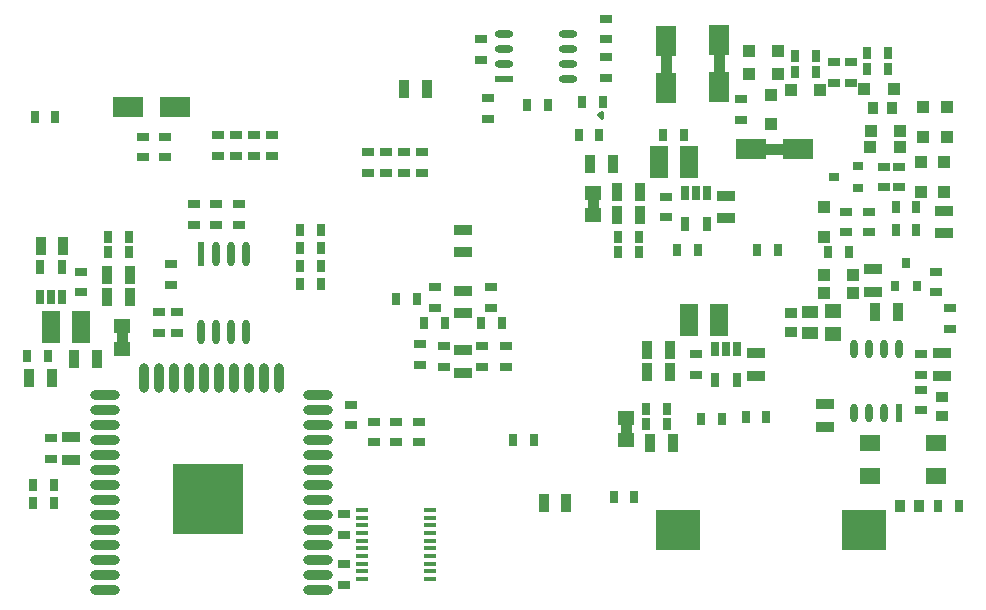
<source format=gbp>
G04 #@! TF.GenerationSoftware,KiCad,Pcbnew,5.0.0-rc2+dfsg1-3*
G04 #@! TF.CreationDate,2018-07-06T12:09:25+02:00*
G04 #@! TF.ProjectId,ulx3s,756C7833732E6B696361645F70636200,rev?*
G04 #@! TF.SameCoordinates,Original*
G04 #@! TF.FileFunction,Paste,Bot*
G04 #@! TF.FilePolarity,Positive*
%FSLAX46Y46*%
G04 Gerber Fmt 4.6, Leading zero omitted, Abs format (unit mm)*
G04 Created by KiCad (PCBNEW 5.0.0-rc2+dfsg1-3) date Fri Jul  6 12:09:25 2018*
%MOMM*%
%LPD*%
G01*
G04 APERTURE LIST*
%ADD10C,0.900000*%
%ADD11C,0.350000*%
%ADD12R,1.800000X2.500000*%
%ADD13R,2.500000X1.800000*%
%ADD14R,1.400000X1.295000*%
%ADD15R,3.700000X3.500000*%
%ADD16R,1.550000X0.600000*%
%ADD17O,1.550000X0.600000*%
%ADD18R,0.600000X2.100000*%
%ADD19O,0.600000X2.100000*%
%ADD20R,0.600000X1.550000*%
%ADD21O,0.600000X1.550000*%
%ADD22R,1.000000X0.400000*%
%ADD23R,0.700000X1.200000*%
%ADD24O,2.500000X0.900000*%
%ADD25O,0.900000X2.500000*%
%ADD26R,6.000000X6.000000*%
%ADD27R,1.800000X1.400000*%
%ADD28R,0.970000X1.500000*%
%ADD29R,0.670000X1.000000*%
%ADD30R,1.500000X0.970000*%
%ADD31R,1.000000X0.670000*%
%ADD32R,1.000000X1.000000*%
%ADD33R,1.500000X2.700000*%
%ADD34R,0.800000X0.900000*%
%ADD35R,0.900000X0.800000*%
%ADD36R,0.820000X1.000000*%
%ADD37R,1.000000X0.820000*%
%ADD38R,1.400000X1.120000*%
G04 APERTURE END LIST*
D10*
G04 #@! TO.C,RD52*
X160155000Y-64391000D02*
X160155000Y-68391000D01*
G04 #@! TO.C,RD51*
X155710000Y-68518000D02*
X155710000Y-64518000D01*
G04 #@! TO.C,RD9*
X166854000Y-73630000D02*
X162854000Y-73630000D01*
G04 #@! TO.C,RP2*
X109609000Y-88632000D02*
X109609000Y-90632000D01*
D11*
G04 #@! TO.C,GPDI1*
X150296000Y-71062000D02*
X150046000Y-70812000D01*
X150046000Y-70812000D02*
X150296000Y-70562000D01*
X150296000Y-70562000D02*
X150296000Y-71062000D01*
D10*
G04 #@! TO.C,RP1*
X152281000Y-96361000D02*
X152281000Y-98361000D01*
G04 #@! TO.C,RP3*
X149472000Y-77311000D02*
X149472000Y-79311000D01*
G04 #@! TD*
D12*
G04 #@! TO.C,RD52*
X160155000Y-68391000D03*
X160155000Y-64391000D03*
G04 #@! TD*
G04 #@! TO.C,RD51*
X155710000Y-64518000D03*
X155710000Y-68518000D03*
G04 #@! TD*
D13*
G04 #@! TO.C,RD9*
X162854000Y-73630000D03*
X166854000Y-73630000D03*
G04 #@! TD*
D14*
G04 #@! TO.C,RP2*
X109609000Y-90599500D03*
X109609000Y-88664500D03*
G04 #@! TD*
D15*
G04 #@! TO.C,BAT1*
X172485000Y-105870000D03*
X156685000Y-105870000D03*
G04 #@! TD*
D16*
G04 #@! TO.C,U11*
X141980000Y-67706500D03*
D17*
X141980000Y-66436500D03*
X141980000Y-65166500D03*
X141980000Y-63896500D03*
X147380000Y-63896500D03*
X147380000Y-65166500D03*
X147380000Y-66436500D03*
X147380000Y-67706500D03*
G04 #@! TD*
D18*
G04 #@! TO.C,U10*
X116340000Y-82520000D03*
D19*
X117610000Y-82520000D03*
X118880000Y-82520000D03*
X120150000Y-82520000D03*
X120150000Y-89124000D03*
X118880000Y-89124000D03*
X117610000Y-89124000D03*
X116340000Y-89124000D03*
G04 #@! TD*
D20*
G04 #@! TO.C,U7*
X175395000Y-96015000D03*
D21*
X174125000Y-96015000D03*
X172855000Y-96015000D03*
X171585000Y-96015000D03*
X171585000Y-90615000D03*
X172855000Y-90615000D03*
X174125000Y-90615000D03*
X175395000Y-90615000D03*
G04 #@! TD*
D22*
G04 #@! TO.C,U6*
X129935000Y-104215000D03*
X129935000Y-104865000D03*
X129935000Y-105515000D03*
X129935000Y-106165000D03*
X129935000Y-106815000D03*
X129935000Y-107465000D03*
X129935000Y-108115000D03*
X129935000Y-108765000D03*
X129935000Y-109415000D03*
X129935000Y-110065000D03*
X135735000Y-110065000D03*
X135735000Y-109415000D03*
X135735000Y-108765000D03*
X135735000Y-108115000D03*
X135735000Y-107465000D03*
X135735000Y-106815000D03*
X135735000Y-106165000D03*
X135735000Y-105515000D03*
X135735000Y-104865000D03*
X135735000Y-104215000D03*
G04 #@! TD*
D23*
G04 #@! TO.C,U5*
X157285000Y-77392000D03*
X158235000Y-77392000D03*
X159185000Y-77392000D03*
X159185000Y-79992000D03*
X157285000Y-79992000D03*
G04 #@! TD*
G04 #@! TO.C,U3*
X159825000Y-90600000D03*
X160775000Y-90600000D03*
X161725000Y-90600000D03*
X161725000Y-93200000D03*
X159825000Y-93200000D03*
G04 #@! TD*
G04 #@! TO.C,U4*
X104575000Y-86215000D03*
X103625000Y-86215000D03*
X102675000Y-86215000D03*
X102675000Y-83615000D03*
X104575000Y-83615000D03*
G04 #@! TD*
D24*
G04 #@! TO.C,U9*
X126230000Y-111000000D03*
X126230000Y-109730000D03*
X126230000Y-108460000D03*
X126230000Y-107190000D03*
X126230000Y-105920000D03*
X126230000Y-104650000D03*
X126230000Y-103380000D03*
X126230000Y-102110000D03*
X126230000Y-100840000D03*
X126230000Y-99570000D03*
X126230000Y-98300000D03*
X126230000Y-97030000D03*
X126230000Y-95760000D03*
X126230000Y-94490000D03*
D25*
X122945000Y-93000000D03*
X121675000Y-93000000D03*
X120405000Y-93000000D03*
X119135000Y-93000000D03*
X117865000Y-93000000D03*
X116595000Y-93000000D03*
X115325000Y-93000000D03*
X114055000Y-93000000D03*
X112785000Y-93000000D03*
X111515000Y-93000000D03*
D24*
X108230000Y-94490000D03*
X108230000Y-95760000D03*
X108230000Y-97030000D03*
X108230000Y-98300000D03*
X108230000Y-99570000D03*
X108230000Y-100840000D03*
X108230000Y-102110000D03*
X108230000Y-103380000D03*
X108230000Y-104650000D03*
X108230000Y-105920000D03*
X108230000Y-107190000D03*
X108230000Y-108460000D03*
X108230000Y-109730000D03*
X108230000Y-111000000D03*
D26*
X116930000Y-103300000D03*
G04 #@! TD*
D27*
G04 #@! TO.C,Y2*
X178576000Y-98522000D03*
X172976000Y-98522000D03*
X172976000Y-101322000D03*
X178576000Y-101322000D03*
G04 #@! TD*
D28*
G04 #@! TO.C,C47*
X133546000Y-68550000D03*
X135456000Y-68550000D03*
G04 #@! TD*
G04 #@! TO.C,C1*
X102748500Y-81885000D03*
X104658500Y-81885000D03*
G04 #@! TD*
D29*
G04 #@! TO.C,C2*
X153985000Y-96910000D03*
X155735000Y-96910000D03*
G04 #@! TD*
D28*
G04 #@! TO.C,C3*
X156015000Y-90630000D03*
X154105000Y-90630000D03*
G04 #@! TD*
G04 #@! TO.C,C4*
X154105000Y-92535000D03*
X156015000Y-92535000D03*
G04 #@! TD*
D30*
G04 #@! TO.C,C5*
X163315000Y-90945000D03*
X163315000Y-92855000D03*
G04 #@! TD*
D29*
G04 #@! TO.C,C6*
X151645000Y-82375000D03*
X153395000Y-82375000D03*
G04 #@! TD*
D28*
G04 #@! TO.C,C7*
X153475000Y-79200000D03*
X151565000Y-79200000D03*
G04 #@! TD*
G04 #@! TO.C,C8*
X153475000Y-77295000D03*
X151565000Y-77295000D03*
G04 #@! TD*
D30*
G04 #@! TO.C,C9*
X160775000Y-79520000D03*
X160775000Y-77610000D03*
G04 #@! TD*
D29*
G04 #@! TO.C,C10*
X108465000Y-81105000D03*
X110215000Y-81105000D03*
G04 #@! TD*
D28*
G04 #@! TO.C,C11*
X108385000Y-84280000D03*
X110295000Y-84280000D03*
G04 #@! TD*
G04 #@! TO.C,C12*
X110295000Y-86185000D03*
X108385000Y-86185000D03*
G04 #@! TD*
D30*
G04 #@! TO.C,C13*
X173221000Y-83833000D03*
X173221000Y-85743000D03*
G04 #@! TD*
D31*
G04 #@! TO.C,C14*
X175380000Y-76900000D03*
X175380000Y-75150000D03*
G04 #@! TD*
D30*
G04 #@! TO.C,C15*
X105276000Y-99967000D03*
X105276000Y-98057000D03*
G04 #@! TD*
D28*
G04 #@! TO.C,C16*
X173424000Y-87473000D03*
X175334000Y-87473000D03*
G04 #@! TD*
D30*
G04 #@! TO.C,C17*
X138500000Y-90665000D03*
X138500000Y-92575000D03*
G04 #@! TD*
D31*
G04 #@! TO.C,C18*
X150589600Y-64359000D03*
X150589600Y-62609000D03*
G04 #@! TD*
D30*
G04 #@! TO.C,C19*
X138500000Y-82375000D03*
X138500000Y-80465000D03*
G04 #@! TD*
G04 #@! TO.C,C20*
X138500000Y-87575000D03*
X138500000Y-85665000D03*
G04 #@! TD*
D28*
G04 #@! TO.C,C21*
X103706000Y-93061000D03*
X101796000Y-93061000D03*
G04 #@! TD*
G04 #@! TO.C,C22*
X154359000Y-98504000D03*
X156269000Y-98504000D03*
G04 #@! TD*
G04 #@! TO.C,C23*
X105591000Y-91392000D03*
X107501000Y-91392000D03*
G04 #@! TD*
G04 #@! TO.C,C24*
X151189000Y-74882000D03*
X149279000Y-74882000D03*
G04 #@! TD*
D31*
G04 #@! TO.C,C25*
X140900000Y-87095000D03*
X140900000Y-85345000D03*
G04 #@! TD*
G04 #@! TO.C,C26*
X136100000Y-87095000D03*
X136100000Y-85345000D03*
G04 #@! TD*
G04 #@! TO.C,C27*
X136900000Y-92095000D03*
X136900000Y-90345000D03*
G04 #@! TD*
G04 #@! TO.C,C28*
X140100000Y-90345000D03*
X140100000Y-92095000D03*
G04 #@! TD*
G04 #@! TO.C,C29*
X142100000Y-92095000D03*
X142100000Y-90345000D03*
G04 #@! TD*
G04 #@! TO.C,C30*
X134900000Y-90145000D03*
X134900000Y-91895000D03*
G04 #@! TD*
D29*
G04 #@! TO.C,C31*
X135225000Y-88420000D03*
X136975000Y-88420000D03*
G04 #@! TD*
G04 #@! TO.C,C32*
X140025000Y-88420000D03*
X141775000Y-88420000D03*
G04 #@! TD*
G04 #@! TO.C,C33*
X163425000Y-82220000D03*
X165175000Y-82220000D03*
G04 #@! TD*
G04 #@! TO.C,C34*
X158375000Y-82220000D03*
X156625000Y-82220000D03*
G04 #@! TD*
D31*
G04 #@! TO.C,C35*
X177300000Y-94025000D03*
X177300000Y-95775000D03*
G04 #@! TD*
D28*
G04 #@! TO.C,C46*
X145342000Y-103584000D03*
X147252000Y-103584000D03*
G04 #@! TD*
D29*
G04 #@! TO.C,C48*
X103995000Y-70963000D03*
X102245000Y-70963000D03*
G04 #@! TD*
G04 #@! TO.C,C49*
X103372000Y-91156000D03*
X101622000Y-91156000D03*
G04 #@! TD*
D31*
G04 #@! TO.C,C50*
X179713000Y-88856000D03*
X179713000Y-87106000D03*
G04 #@! TD*
D29*
G04 #@! TO.C,C51*
X180473000Y-103856000D03*
X178723000Y-103856000D03*
G04 #@! TD*
G04 #@! TO.C,C52*
X158645000Y-96490000D03*
X160395000Y-96490000D03*
G04 #@! TD*
G04 #@! TO.C,C53*
X132827200Y-86330000D03*
X134577200Y-86330000D03*
G04 #@! TD*
D30*
G04 #@! TO.C,C54*
X169172000Y-95281000D03*
X169172000Y-97191000D03*
G04 #@! TD*
G04 #@! TO.C,D11*
X179190000Y-80790000D03*
X179190000Y-78880000D03*
G04 #@! TD*
D32*
G04 #@! TO.C,D10*
X169050000Y-84280000D03*
X171550000Y-84280000D03*
G04 #@! TD*
G04 #@! TO.C,D12*
X169030000Y-78585000D03*
X169030000Y-81085000D03*
G04 #@! TD*
G04 #@! TO.C,D13*
X171550000Y-85804000D03*
X169050000Y-85804000D03*
G04 #@! TD*
G04 #@! TO.C,D14*
X179190000Y-74775000D03*
X179190000Y-77275000D03*
G04 #@! TD*
G04 #@! TO.C,D15*
X177285000Y-77275000D03*
X177285000Y-74775000D03*
G04 #@! TD*
G04 #@! TO.C,D16*
X172987000Y-73503000D03*
X175487000Y-73503000D03*
G04 #@! TD*
G04 #@! TO.C,D17*
X164585000Y-69060000D03*
X164585000Y-71560000D03*
G04 #@! TD*
G04 #@! TO.C,D20*
X168756000Y-68659000D03*
X166256000Y-68659000D03*
G04 #@! TD*
G04 #@! TO.C,D21*
X174979000Y-68550000D03*
X172479000Y-68550000D03*
G04 #@! TD*
G04 #@! TO.C,D23*
X165200000Y-67262000D03*
X162700000Y-67262000D03*
G04 #@! TD*
G04 #@! TO.C,D24*
X162700000Y-65357000D03*
X165200000Y-65357000D03*
G04 #@! TD*
G04 #@! TO.C,D25*
X177412000Y-72594000D03*
X177412000Y-70094000D03*
G04 #@! TD*
G04 #@! TO.C,D26*
X179444000Y-70094000D03*
X179444000Y-72594000D03*
G04 #@! TD*
D31*
G04 #@! TO.C,R49*
X113277000Y-74360000D03*
X113277000Y-72610000D03*
G04 #@! TD*
G04 #@! TO.C,R50*
X111372000Y-72610000D03*
X111372000Y-74360000D03*
G04 #@! TD*
D29*
G04 #@! TO.C,R51*
X155455000Y-72487000D03*
X157205000Y-72487000D03*
G04 #@! TD*
D31*
G04 #@! TO.C,R52*
X171331000Y-66278000D03*
X171331000Y-68028000D03*
G04 #@! TD*
G04 #@! TO.C,R53*
X169919000Y-68028000D03*
X169919000Y-66278000D03*
G04 #@! TD*
D29*
G04 #@! TO.C,R54*
X174477000Y-65502000D03*
X172727000Y-65502000D03*
G04 #@! TD*
D31*
G04 #@! TO.C,R56*
X128390000Y-106321000D03*
X128390000Y-104571000D03*
G04 #@! TD*
G04 #@! TO.C,R57*
X117722000Y-72483000D03*
X117722000Y-74233000D03*
G04 #@! TD*
G04 #@! TO.C,R58*
X119246000Y-74233000D03*
X119246000Y-72483000D03*
G04 #@! TD*
G04 #@! TO.C,R59*
X120770000Y-72483000D03*
X120770000Y-74233000D03*
G04 #@! TD*
G04 #@! TO.C,R60*
X122294000Y-74233000D03*
X122294000Y-72483000D03*
G04 #@! TD*
D29*
G04 #@! TO.C,R61*
X145655000Y-69900000D03*
X143905000Y-69900000D03*
G04 #@! TD*
G04 #@! TO.C,R40*
X166631000Y-65738000D03*
X168381000Y-65738000D03*
G04 #@! TD*
D31*
G04 #@! TO.C,R55*
X134740000Y-96740000D03*
X134740000Y-98490000D03*
G04 #@! TD*
D30*
G04 #@! TO.C,C55*
X179078000Y-90963000D03*
X179078000Y-92873000D03*
G04 #@! TD*
D31*
G04 #@! TO.C,R65*
X177300000Y-92793000D03*
X177300000Y-91043000D03*
G04 #@! TD*
D33*
G04 #@! TO.C,L1*
X160140000Y-88090000D03*
X157600000Y-88090000D03*
G04 #@! TD*
G04 #@! TO.C,L2*
X103625000Y-88725000D03*
X106165000Y-88725000D03*
G04 #@! TD*
G04 #@! TO.C,L3*
X155060000Y-74755000D03*
X157600000Y-74755000D03*
G04 #@! TD*
D29*
G04 #@! TO.C,R1*
X171175000Y-82375000D03*
X169425000Y-82375000D03*
G04 #@! TD*
D31*
G04 #@! TO.C,R2*
X172840000Y-78960000D03*
X172840000Y-80710000D03*
G04 #@! TD*
G04 #@! TO.C,R3*
X162045000Y-71185000D03*
X162045000Y-69435000D03*
G04 #@! TD*
D29*
G04 #@! TO.C,R4*
X176890000Y-80470000D03*
X175140000Y-80470000D03*
G04 #@! TD*
D31*
G04 #@! TO.C,R5*
X174110000Y-75150000D03*
X174110000Y-76900000D03*
G04 #@! TD*
G04 #@! TO.C,R6*
X178555000Y-85790000D03*
X178555000Y-84040000D03*
G04 #@! TD*
G04 #@! TO.C,R7*
X113785000Y-85155000D03*
X113785000Y-83405000D03*
G04 #@! TD*
G04 #@! TO.C,R8*
X170935000Y-80710000D03*
X170935000Y-78960000D03*
G04 #@! TD*
G04 #@! TO.C,R9*
X128390000Y-110555000D03*
X128390000Y-108805000D03*
G04 #@! TD*
D29*
G04 #@! TO.C,R10*
X151264000Y-103076000D03*
X153014000Y-103076000D03*
G04 #@! TD*
D31*
G04 #@! TO.C,R11*
X119515000Y-80093000D03*
X119515000Y-78343000D03*
G04 #@! TD*
G04 #@! TO.C,R12*
X114308000Y-89219000D03*
X114308000Y-87469000D03*
G04 #@! TD*
D29*
G04 #@! TO.C,R13*
X175140000Y-78565000D03*
X176890000Y-78565000D03*
G04 #@! TD*
G04 #@! TO.C,R14*
X124721000Y-85060000D03*
X126471000Y-85060000D03*
G04 #@! TD*
G04 #@! TO.C,R15*
X126471000Y-83536000D03*
X124721000Y-83536000D03*
G04 #@! TD*
G04 #@! TO.C,R16*
X124721000Y-82012000D03*
X126471000Y-82012000D03*
G04 #@! TD*
G04 #@! TO.C,R17*
X126471000Y-80470000D03*
X124721000Y-80470000D03*
G04 #@! TD*
D31*
G04 #@! TO.C,R18*
X130422000Y-73898000D03*
X130422000Y-75648000D03*
G04 #@! TD*
G04 #@! TO.C,R19*
X131961000Y-73898000D03*
X131961000Y-75648000D03*
G04 #@! TD*
G04 #@! TO.C,R20*
X133485000Y-73898000D03*
X133485000Y-75648000D03*
G04 #@! TD*
G04 #@! TO.C,R21*
X135009000Y-75648000D03*
X135009000Y-73898000D03*
G04 #@! TD*
G04 #@! TO.C,R22*
X140025500Y-66105000D03*
X140025500Y-64355000D03*
G04 #@! TD*
G04 #@! TO.C,R23*
X140597000Y-71076000D03*
X140597000Y-69326000D03*
G04 #@! TD*
G04 #@! TO.C,R24*
X150615000Y-67647000D03*
X150615000Y-65897000D03*
G04 #@! TD*
D29*
G04 #@! TO.C,R25*
X148300000Y-72487000D03*
X150050000Y-72487000D03*
G04 #@! TD*
G04 #@! TO.C,R26*
X150362000Y-69693000D03*
X148612000Y-69693000D03*
G04 #@! TD*
D31*
G04 #@! TO.C,R27*
X129025000Y-95300000D03*
X129025000Y-97050000D03*
G04 #@! TD*
G04 #@! TO.C,R28*
X117595000Y-78343000D03*
X117595000Y-80093000D03*
G04 #@! TD*
G04 #@! TO.C,R29*
X112784000Y-89219000D03*
X112784000Y-87469000D03*
G04 #@! TD*
G04 #@! TO.C,R30*
X115690000Y-78343000D03*
X115690000Y-80093000D03*
G04 #@! TD*
D29*
G04 #@! TO.C,R31*
X142755000Y-98250000D03*
X144505000Y-98250000D03*
G04 #@! TD*
D31*
G04 #@! TO.C,R32*
X132835000Y-98490000D03*
X132835000Y-96740000D03*
G04 #@! TD*
G04 #@! TO.C,R33*
X130930000Y-96740000D03*
X130930000Y-98490000D03*
G04 #@! TD*
D29*
G04 #@! TO.C,R34*
X102115000Y-103600000D03*
X103865000Y-103600000D03*
G04 #@! TD*
G04 #@! TO.C,R35*
X102115000Y-102060000D03*
X103865000Y-102060000D03*
G04 #@! TD*
D31*
G04 #@! TO.C,R38*
X103576500Y-99905000D03*
X103576500Y-98155000D03*
G04 #@! TD*
D29*
G04 #@! TO.C,R39*
X164190000Y-96345000D03*
X162440000Y-96345000D03*
G04 #@! TD*
G04 #@! TO.C,R63*
X168381000Y-67135000D03*
X166631000Y-67135000D03*
G04 #@! TD*
G04 #@! TO.C,R64*
X174475000Y-66899000D03*
X172725000Y-66899000D03*
G04 #@! TD*
G04 #@! TO.C,RA1*
X153985000Y-95640000D03*
X155735000Y-95640000D03*
G04 #@! TD*
G04 #@! TO.C,RA2*
X110215000Y-82375000D03*
X108465000Y-82375000D03*
G04 #@! TD*
G04 #@! TO.C,RA3*
X151645000Y-81105000D03*
X153395000Y-81105000D03*
G04 #@! TD*
D31*
G04 #@! TO.C,RB1*
X158235000Y-92775000D03*
X158235000Y-91025000D03*
G04 #@! TD*
G04 #@! TO.C,RB2*
X106165000Y-85790000D03*
X106165000Y-84040000D03*
G04 #@! TD*
G04 #@! TO.C,RB3*
X155695000Y-79440000D03*
X155695000Y-77690000D03*
G04 #@! TD*
D13*
G04 #@! TO.C,D8*
X110149000Y-70074000D03*
X114149000Y-70074000D03*
G04 #@! TD*
D34*
G04 #@! TO.C,Q1*
X176015000Y-83280000D03*
X175065000Y-85280000D03*
X176965000Y-85280000D03*
G04 #@! TD*
D35*
G04 #@! TO.C,Q2*
X171935000Y-75075000D03*
X171935000Y-76975000D03*
X169935000Y-76025000D03*
G04 #@! TD*
D32*
G04 #@! TO.C,D27*
X175502000Y-72106000D03*
X173002000Y-72106000D03*
G04 #@! TD*
D36*
G04 #@! TO.C,R66*
X173198000Y-70201000D03*
X174798000Y-70201000D03*
G04 #@! TD*
D37*
G04 #@! TO.C,C56*
X179078000Y-96274000D03*
X179078000Y-94674000D03*
G04 #@! TD*
D36*
G04 #@! TO.C,C57*
X177084000Y-103856000D03*
X175484000Y-103856000D03*
G04 #@! TD*
D38*
G04 #@! TO.C,C58*
X167902000Y-89242000D03*
X167902000Y-87482000D03*
G04 #@! TD*
D37*
G04 #@! TO.C,C59*
X166251000Y-89162000D03*
X166251000Y-87562000D03*
G04 #@! TD*
D14*
G04 #@! TO.C,L4*
X169807000Y-87394500D03*
X169807000Y-89329500D03*
G04 #@! TD*
G04 #@! TO.C,RP1*
X152281000Y-98328500D03*
X152281000Y-96393500D03*
G04 #@! TD*
G04 #@! TO.C,RP3*
X149472000Y-77343500D03*
X149472000Y-79278500D03*
G04 #@! TD*
M02*

</source>
